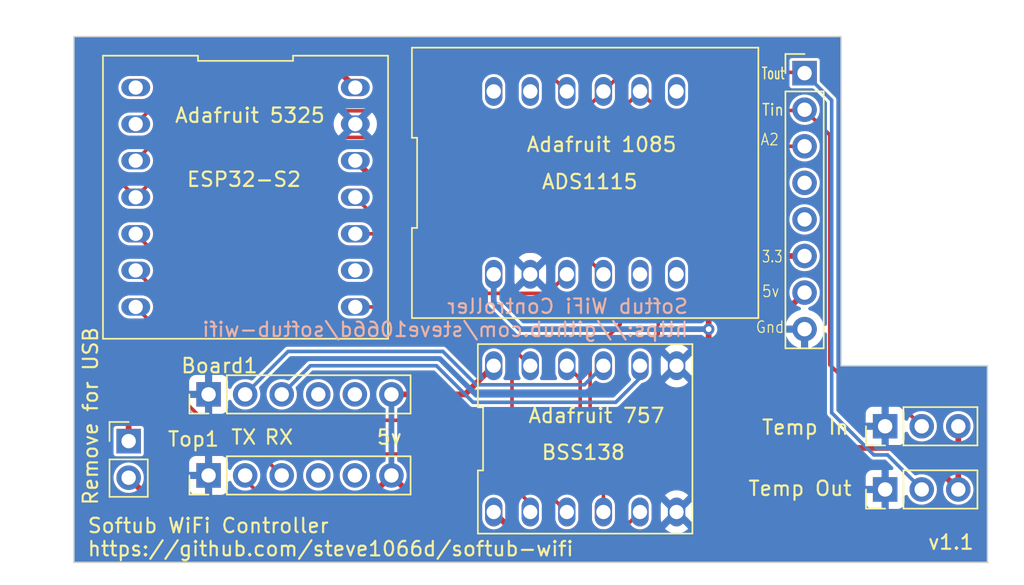
<source format=kicad_pcb>
(kicad_pcb (version 20221018) (generator pcbnew)
  (layers (0 "F.Cu" power) (31 "B.Cu" signal) (34 "B.Paste" user) (35 "F.Paste" user) (36 "B.SilkS" user "B.Silkscreen") (37 "F.SilkS" user "F.Silkscreen") (38 "B.Mask" user) (39 "F.Mask" user) (44 "Edge.Cuts" user))
  (net 0 "")
  (net 1 "+3.3V")
  (net 2 "GND")
  (net 3 "SCL")
  (net 4 "SDA")
  (net 8 "Temp_in")
  (net 9 "Temp_out")
  (net 10 "Net-(ADC1-A2)")
  (net 13 "Net-(Board1-Pin_2)")
  (net 14 "Net-(Board1-Pin_3)")
  (net 17 "+5V")
  (net 19 "Net-(Top1-Pin_2)")
  (net 20 "Net-(Top1-Pin_3)")
  (net 23 "Net-(ESP32-S2-PB08_A6_D6_TX)")
  (net 24 "Net-(ESP32-S2-PB09_A7_D7_RX)")
  (net 26 "Net-(ESP32-S2-PA5_A9_D9_MISO)")
  (net 27 "Net-(ESP32-S2-PA6_A10_D10_MOSI)")
  (net 28 "Net-(ESP32-S2-5V)")
  (footprint "seedft2:XIO_th" (layer "F.Cu") (at 60.2315 54.3383 -90)
    (fp_text reference "ESP32-S2" (at -1.239757 0.107799) (layer "F.SilkS"))
    (fp_text value "ESP32-S2")
    (fp_line (start -9.83 -9.9) (end -9.83 -3.3) (stroke (width 0.12)) (layer "F.SilkS"))
    (fp_line (start -9.83 -3.3) (end -9.47 -3.3) (stroke (width 0.12)) (layer "F.SilkS"))
    (fp_line (start -9.83 3.299999) (end -9.83 9.9) (stroke (width 0.12)) (layer "F.SilkS"))
    (fp_line (start -9.83 9.9) (end 9.83 9.9) (stroke (width 0.12)) (layer "F.SilkS"))
    (fp_line (start -9.47 -3.3) (end -9.47 3.299999) (stroke (width 0.12)) (layer "F.SilkS"))
    (fp_line (start -9.47 3.299999) (end -9.83 3.299999) (stroke (width 0.12)) (layer "F.SilkS"))
    (fp_line (start 9.83 -9.9) (end -9.83 -9.9) (stroke (width 0.12)) (layer "F.SilkS"))
    (fp_line (start 9.83 9.9) (end 9.83 -9.9) (stroke (width 0.12)) (layer "F.SilkS"))
    (pad "1" thru_hole oval (at -7.62 7.625 270) (size 1.2 2) (drill 0.99) (layers "*.Cu" "*.Mask"))
    (pad "2" thru_hole oval (at -5.08 7.625 270) (size 1.2 2) (drill 0.99) (layers "*.Cu" "*.Mask") (net 9 "Temp_out"))
    (pad "3" thru_hole oval (at -2.54 7.625 270) (size 1.2 2) (drill 0.99) (layers "*.Cu" "*.Mask") (net 8 "Temp_in"))
    (pad "4" thru_hole oval (at 0 7.625 270) (size 1.2 2) (drill 0.99) (layers "*.Cu" "*.Mask") (net 10 "Net-(ADC1-A2)"))
    (pad "5" thru_hole oval (at 2.54 7.625 270) (size 1.2 2) (drill 0.99) (layers "*.Cu" "*.Mask") (net 4 "SDA"))
    (pad "6" thru_hole oval (at 5.08 7.625 270) (size 1.2 2) (drill 0.99) (layers "*.Cu" "*.Mask") (net 3 "SCL"))
    (pad "7" thru_hole oval (at 7.62 7.625 270) (size 1.2 2) (drill 0.99) (layers "*.Cu" "*.Mask") (net 23 "Net-(ESP32-S2-PB08_A6_D6_TX)"))
    (pad "8" thru_hole oval (at 7.62 -7.625 270) (size 1.2 2) (drill 0.99) (layers "*.Cu" "*.Mask") (net 24 "Net-(ESP32-S2-PB09_A7_D7_RX)"))
    (pad "9" thru_hole oval (at 5.08 -7.625 270) (size 1.2 2) (drill 0.99) (layers "*.Cu" "*.Mask"))
    (pad "10" thru_hole oval (at 2.54 -7.625 270) (size 1.2 2) (drill 0.99) (layers "*.Cu" "*.Mask") (net 26 "Net-(ESP32-S2-PA5_A9_D9_MISO)"))
    (pad "11" thru_hole oval (at 0 -7.625 270) (size 1.2 2) (drill 0.99) (layers "*.Cu" "*.Mask") (net 27 "Net-(ESP32-S2-PA6_A10_D10_MOSI)"))
    (pad "12" thru_hole oval (at -2.54 -7.625 270) (size 1.2 2) (drill 0.99) (layers "*.Cu" "*.Mask") (net 1 "+3.3V"))
    (pad "13" thru_hole oval (at -5.08 -7.625 270) (size 1.2 2) (drill 0.99) (layers "*.Cu" "*.Mask") (net 2 "GND"))
    (pad "14" thru_hole oval (at -7.62 -7.625 270) (size 1.2 2) (drill 0.99) (layers "*.Cu" "*.Mask") (net 28 "Net-(ESP32-S2-5V)"))
  )
  (footprint "Connector_PinHeader_2.54mm:PinHeader_1x06_P2.54mm_Vertical" (layer "F.Cu") (at 57.6662 73.66 90)
    (fp_text reference "Top1" (at 2.52175 -1.052695) (layer "F.SilkS"))
    (fp_text value "Conn_01x06_Socket" hide)
    (fp_line (start -1.33 -1.33) (end 0 -1.33) (stroke (width 0.12)) (layer "F.SilkS"))
    (fp_line (start -1.33 0) (end -1.33 -1.33) (stroke (width 0.12)) (layer "F.SilkS"))
    (fp_line (start -1.33 1.27) (end -1.33 14.03) (stroke (width 0.12)) (layer "F.SilkS"))
    (fp_line (start -1.33 1.27) (end 1.33 1.27) (stroke (width 0.12)) (layer "F.SilkS"))
    (fp_line (start -1.33 14.03) (end 1.33 14.03) (stroke (width 0.12)) (layer "F.SilkS"))
    (fp_line (start 1.33 1.27) (end 1.33 14.03) (stroke (width 0.12)) (layer "F.SilkS"))
    (pad "1" thru_hole rect (at 0 0 90) (size 1.7 1.7) (drill 1) (layers "*.Cu" "*.Mask") (net 2 "GND"))
    (pad "2" thru_hole oval (at 0 2.54 90) (size 1.7 1.7) (drill 1) (layers "*.Cu" "*.Mask") (net 19 "Net-(Top1-Pin_2)"))
    (pad "3" thru_hole oval (at 0 5.08 90) (size 1.7 1.7) (drill 1) (layers "*.Cu" "*.Mask") (net 20 "Net-(Top1-Pin_3)"))
    (pad "4" thru_hole oval (at 0 7.62 90) (size 1.7 1.7) (drill 1) (layers "*.Cu" "*.Mask"))
    (pad "5" thru_hole oval (at 0 10.16 90) (size 1.7 1.7) (drill 1) (layers "*.Cu" "*.Mask"))
    (pad "6" thru_hole oval (at 0 12.7 90) (size 1.7 1.7) (drill 1) (layers "*.Cu" "*.Mask") (net 17 "+5V"))
  )
  (footprint "Connector_PinHeader_2.54mm:PinHeader_1x03_P2.54mm_Vertical" (layer "F.Cu") (at 104.6562 74.6344 90)
    (fp_text reference locked "Temp Out" (at 0.069592 -5.912883 180) (layer "F.SilkS"))
    (fp_text value "Conn_01x03_Socket" hide)
    (fp_line (start -1.33 -1.33) (end 0 -1.33) (stroke (width 0.12)) (layer "F.SilkS"))
    (fp_line (start -1.33 0) (end -1.33 -1.33) (stroke (width 0.12)) (layer "F.SilkS"))
    (fp_line (start -1.33 1.27) (end -1.33 6.41) (stroke (width 0.12)) (layer "F.SilkS"))
    (fp_line (start -1.33 1.27) (end 1.33 1.27) (stroke (width 0.12)) (layer "F.SilkS"))
    (fp_line (start -1.33 6.41) (end 1.33 6.41) (stroke (width 0.12)) (layer "F.SilkS"))
    (fp_line (start 1.33 1.27) (end 1.33 6.41) (stroke (width 0.12)) (layer "F.SilkS"))
    (pad "1" thru_hole rect locked (at 0 0 90) (size 1.7 1.7) (drill 1) (layers "*.Cu" "*.Mask") (net 2 "GND"))
    (pad "2" thru_hole oval locked (at 0 2.54 90) (size 1.7 1.7) (drill 1) (layers "*.Cu" "*.Mask") (net 9 "Temp_out"))
    (pad "3" thru_hole oval locked (at 0 5.08 90) (size 1.7 1.7) (drill 1) (layers "*.Cu" "*.Mask") (net 17 "+5V"))
  )
  (footprint "softub:DIP-12_500_ELL" (layer "F.Cu") (at 83.82 53.34)
    (fp_text reference "ADC1")
    (fp_text value "~")
    (fp_line (start -12.03 -9.39) (end -12.03 -3.13) (stroke (width 0.12)) (layer "F.SilkS"))
    (fp_line (start -12.03 -3.13) (end -11.67 -3.13) (stroke (width 0.12)) (layer "F.SilkS"))
    (fp_line (start -12.03 3.129999) (end -12.03 9.39) (stroke (width 0.12)) (layer "F.SilkS"))
    (fp_line (start -12.03 9.39) (end 12.03 9.39) (stroke (width 0.12)) (layer "F.SilkS"))
    (fp_line (start -11.67 -3.13) (end -11.67 3.129999) (stroke (width 0.12)) (layer "F.SilkS"))
    (fp_line (start -11.67 3.129999) (end -12.03 3.129999) (stroke (width 0.12)) (layer "F.SilkS"))
    (fp_line (start 12.03 -9.39) (end -12.03 -9.39) (stroke (width 0.12)) (layer "F.SilkS"))
    (fp_line (start 12.03 9.39) (end 12.03 -9.39) (stroke (width 0.12)) (layer "F.SilkS"))
    (pad "1" thru_hole oval (at -6.35 6.35) (size 1.2 2) (drill 1) (layers "*.Cu" "*.Mask") (net 1 "+3.3V"))
    (pad "2" thru_hole oval (at -3.81 6.35) (size 1.2 2) (drill 1) (layers "*.Cu" "*.Mask") (net 2 "GND"))
    (pad "3" thru_hole oval (at -1.27 6.35) (size 1.2 2) (drill 1) (layers "*.Cu" "*.Mask") (net 3 "SCL"))
    (pad "4" thru_hole oval (at 1.27 6.35) (size 1.2 2) (drill 1) (layers "*.Cu" "*.Mask") (net 4 "SDA"))
    (pad "5" thru_hole oval (at 3.81 6.35) (size 1.2 2) (drill 1) (layers "*.Cu" "*.Mask"))
    (pad "6" thru_hole oval (at 6.35 6.35) (size 1.2 2) (drill 1) (layers "*.Cu" "*.Mask"))
    (pad "7" thru_hole oval (at 6.35 -6.35) (size 1.2 2) (drill 1) (layers "*.Cu" "*.Mask"))
    (pad "8" thru_hole oval (at 3.81 -6.35) (size 1.2 2) (drill 1) (layers "*.Cu" "*.Mask") (net 8 "Temp_in"))
    (pad "9" thru_hole oval (at 1.27 -6.35) (size 1.2 2) (drill 1) (layers "*.Cu" "*.Mask") (net 9 "Temp_out"))
    (pad "10" thru_hole oval (at -1.27 -6.35) (size 1.2 2) (drill 1) (layers "*.Cu" "*.Mask") (net 10 "Net-(ADC1-A2)"))
    (pad "11" thru_hole oval (at -3.81 -6.35) (size 1.2 2) (drill 1) (layers "*.Cu" "*.Mask"))
    (pad "12" thru_hole oval (at -6.35 -6.35) (size 1.2 2) (drill 1) (layers "*.Cu" "*.Mask"))
  )
  (footprint "Connector_PinHeader_2.54mm:PinHeader_1x08_P2.54mm_Vertical" (layer "F.Cu") (at 99.06 45.72)
    (fp_text reference "Debug1" hide)
    (fp_text value "Conn_01x08_Pin" hide)
    (fp_line (start -1.33 -1.33) (end 0 -1.33) (stroke (width 0.12)) (layer "F.SilkS"))
    (fp_line (start -1.33 0) (end -1.33 -1.33) (stroke (width 0.12)) (layer "F.SilkS"))
    (fp_line (start -1.33 1.27) (end -1.33 19.11) (stroke (width 0.12)) (layer "F.SilkS"))
    (fp_line (start -1.33 1.27) (end 1.33 1.27) (stroke (width 0.12)) (layer "F.SilkS"))
    (fp_line (start -1.33 19.11) (end 1.33 19.11) (stroke (width 0.12)) (layer "F.SilkS"))
    (fp_line (start 1.33 1.27) (end 1.33 19.11) (stroke (width 0.12)) (layer "F.SilkS"))
    (pad "1" thru_hole rect (at 0 0) (size 1.7 1.7) (drill 1) (layers "*.Cu" "*.Mask") (net 9 "Temp_out"))
    (pad "2" thru_hole oval (at 0 2.54) (size 1.7 1.7) (drill 1) (layers "*.Cu" "*.Mask") (net 8 "Temp_in"))
    (pad "3" thru_hole oval (at 0 5.08) (size 1.7 1.7) (drill 1) (layers "*.Cu" "*.Mask") (net 10 "Net-(ADC1-A2)"))
    (pad "4" thru_hole oval (at 0 7.62) (size 1.7 1.7) (drill 1) (layers "*.Cu" "*.Mask"))
    (pad "5" thru_hole oval (at 0 10.16) (size 1.7 1.7) (drill 1) (layers "*.Cu" "*.Mask"))
    (pad "6" thru_hole oval (at 0 12.7) (size 1.7 1.7) (drill 1) (layers "*.Cu" "*.Mask") (net 1 "+3.3V"))
    (pad "7" thru_hole oval (at 0 15.24) (size 1.7 1.7) (drill 1) (layers "*.Cu" "*.Mask") (net 17 "+5V"))
    (pad "8" thru_hole oval (at 0 17.78) (size 1.7 1.7) (drill 1) (layers "*.Cu" "*.Mask") (net 2 "GND"))
  )
  (footprint "softub:DIP-12_400_ELL" (layer "F.Cu") (at 83.82 71.12)
    (fp_text reference "U1")
    (fp_text value "~")
    (fp_line (start -7.45 -6.58) (end -7.45 -2.193333) (stroke (width 0.12)) (layer "F.SilkS"))
    (fp_line (start -7.45 -2.193333) (end -7.09 -2.193333) (stroke (width 0.12)) (layer "F.SilkS"))
    (fp_line (start -7.45 2.193333) (end -7.45 6.58) (stroke (width 0.12)) (layer "F.SilkS"))
    (fp_line (start -7.45 6.58) (end 7.45 6.58) (stroke (width 0.12)) (layer "F.SilkS"))
    (fp_line (start -7.09 -2.193333) (end -7.09 2.193333) (stroke (width 0.12)) (layer "F.SilkS"))
    (fp_line (start -7.09 2.193333) (end -7.45 2.193333) (stroke (width 0.12)) (layer "F.SilkS"))
    (fp_line (start 7.45 -6.58) (end -7.45 -6.58) (stroke (width 0.12)) (layer "F.SilkS"))
    (fp_line (start 7.45 6.58) (end 7.45 -6.58) (stroke (width 0.12)) (layer "F.SilkS"))
    (pad "1" thru_hole oval (at -6.35 5.08) (size 1.2 2) (drill 0.99) (layers "*.Cu" "*.Mask") (net 1 "+3.3V"))
    (pad "2" thru_hole oval (at -3.81 5.08) (size 1.2 2) (drill 0.99) (layers "*.Cu" "*.Mask") (net 23 "Net-(ESP32-S2-PB08_A6_D6_TX)"))
    (pad "3" thru_hole oval (at -1.27 5.08) (size 1.2 2) (drill 0.99) (layers "*.Cu" "*.Mask") (net 24 "Net-(ESP32-S2-PB09_A7_D7_RX)"))
    (pad "4" thru_hole oval (at 1.27 5.08) (size 1.2 2) (drill 0.99) (layers "*.Cu" "*.Mask") (net 27 "Net-(ESP32-S2-PA6_A10_D10_MOSI)"))
    (pad "5" thru_hole oval (at 3.81 5.08) (size 1.2 2) (drill 0.99) (layers "*.Cu" "*.Mask") (net 26 "Net-(ESP32-S2-PA5_A9_D9_MISO)"))
    (pad "6" thru_hole oval (at 6.35 5.08) (size 1.2 2) (drill 0.99) (layers "*.Cu" "*.Mask") (net 2 "GND"))
    (pad "7" thru_hole oval (at 6.35 -5.08) (size 1.2 2) (drill 0.99) (layers "*.Cu" "*.Mask") (net 2 "GND"))
    (pad "8" thru_hole oval (at 3.81 -5.08) (size 1.2 2) (drill 0.99) (layers "*.Cu" "*.Mask") (net 14 "Net-(Board1-Pin_3)"))
    (pad "9" thru_hole oval (at 1.27 -5.08) (size 1.2 2) (drill 0.99) (layers "*.Cu" "*.Mask") (net 13 "Net-(Board1-Pin_2)"))
    (pad "10" thru_hole oval (at -1.27 -5.08) (size 1.2 2) (drill 0.99) (layers "*.Cu" "*.Mask") (net 19 "Net-(Top1-Pin_2)"))
    (pad "11" thru_hole oval (at -3.81 -5.08) (size 1.2 2) (drill 0.99) (layers "*.Cu" "*.Mask") (net 20 "Net-(Top1-Pin_3)"))
    (pad "12" thru_hole oval (at -6.35 -5.08) (size 1.2 2) (drill 0.99) (layers "*.Cu" "*.Mask") (net 17 "+5V"))
  )
  (footprint "Connector_PinHeader_2.54mm:PinHeader_1x06_P2.54mm_Vertical" (layer "F.Cu") (at 57.6662 68.0304 90)
    (fp_text reference locked "Board1" (at 1.9904 0.7538) (layer "F.SilkS"))
    (fp_text value "Conn_01x06_Socket")
    (fp_line (start -1.33 -1.33) (end 0 -1.33) (stroke (width 0.12)) (layer "F.SilkS"))
    (fp_line (start -1.33 0) (end -1.33 -1.33) (stroke (width 0.12)) (layer "F.SilkS"))
    (fp_line (start -1.33 1.27) (end -1.33 14.03) (stroke (width 0.12)) (layer "F.SilkS"))
    (fp_line (start -1.33 1.27) (end 1.33 1.27) (stroke (width 0.12)) (layer "F.SilkS"))
    (fp_line (start -1.33 14.03) (end 1.33 14.03) (stroke (width 0.12)) (layer "F.SilkS"))
    (fp_line (start 1.33 1.27) (end 1.33 14.03) (stroke (width 0.12)) (layer "F.SilkS"))
    (pad "1" thru_hole rect locked (at 0 0 90) (size 1.7 1.7) (drill 1) (layers "*.Cu" "*.Mask") (net 2 "GND"))
    (pad "2" thru_hole oval locked (at 0 2.54 90) (size 1.7 1.7) (drill 1) (layers "*.Cu" "*.Mask") (net 13 "Net-(Board1-Pin_2)"))
    (pad "3" thru_hole oval locked (at 0 5.08 90) (size 1.7 1.7) (drill 1) (layers "*.Cu" "*.Mask") (net 14 "Net-(Board1-Pin_3)"))
    (pad "4" thru_hole oval locked (at 0 7.62 90) (size 1.7 1.7) (drill 1) (layers "*.Cu" "*.Mask"))
    (pad "5" thru_hole oval locked (at 0 10.16 90) (size 1.7 1.7) (drill 1) (layers "*.Cu" "*.Mask"))
    (pad "6" thru_hole oval locked (at 0 12.7 90) (size 1.7 1.7) (drill 1) (layers "*.Cu" "*.Mask") (net 17 "+5V"))
  )
  (footprint "Connector_PinHeader_2.54mm:PinHeader_1x02_P2.54mm_Vertical" (layer "F.Cu") (at 52.115088 71.276737)
    (fp_text reference "JP1" hide)
    (fp_text value "Remove for USB" (at -2.647671 -1.737682 90) (layer "F.SilkS"))
    (fp_line (start -1.33 -1.33) (end 0 -1.33) (stroke (width 0.12)) (layer "F.SilkS"))
    (fp_line (start -1.33 0) (end -1.33 -1.33) (stroke (width 0.12)) (layer "F.SilkS"))
    (fp_line (start -1.33 1.27) (end -1.33 3.87) (stroke (width 0.12)) (layer "F.SilkS"))
    (fp_line (start -1.33 1.27) (end 1.33 1.27) (stroke (width 0.12)) (layer "F.SilkS"))
    (fp_line (start -1.33 3.87) (end 1.33 3.87) (stroke (width 0.12)) (layer "F.SilkS"))
    (fp_line (start 1.33 1.27) (end 1.33 3.87) (stroke (width 0.12)) (layer "F.SilkS"))
    (pad "1" thru_hole rect (at 0 0) (size 1.7 1.7) (drill 1) (layers "*.Cu" "*.Mask") (net 28 "Net-(ESP32-S2-5V)"))
    (pad "2" thru_hole oval (at 0 2.54) (size 1.7 1.7) (drill 1) (layers "*.Cu" "*.Mask") (net 17 "+5V"))
  )
  (footprint "Connector_PinHeader_2.54mm:PinHeader_1x03_P2.54mm_Vertical" (layer "F.Cu") (at 104.6562 70.2456 90)
    (fp_text reference "Temp_In1" hide)
    (fp_text value "Conn_01x03_Socket" hide)
    (fp_text user "Temp In" (at -0.074252 -5.543779) (layer "F.SilkS"))
    (fp_line (start -1.33 -1.33) (end 0 -1.33) (stroke (width 0.12)) (layer "F.SilkS"))
    (fp_line (start -1.33 0) (end -1.33 -1.33) (stroke (width 0.12)) (layer "F.SilkS"))
    (fp_line (start -1.33 1.27) (end -1.33 6.41) (stroke (width 0.12)) (layer "F.SilkS"))
    (fp_line (start -1.33 1.27) (end 1.33 1.27) (stroke (width 0.12)) (layer "F.SilkS"))
    (fp_line (start -1.33 6.41) (end 1.33 6.41) (stroke (width 0.12)) (layer "F.SilkS"))
    (fp_line (start 1.33 1.27) (end 1.33 6.41) (stroke (width 0.12)) (layer "F.SilkS"))
    (pad "1" thru_hole rect (at 0 0 90) (size 1.7 1.7) (drill 1) (layers "*.Cu" "*.Mask") (net 2 "GND"))
    (pad "2" thru_hole oval (at 0 2.54 90) (size 1.7 1.7) (drill 1) (layers "*.Cu" "*.Mask") (net 8 "Temp_in"))
    (pad "3" thru_hole oval (at 0 5.08 90) (size 1.7 1.7) (drill 1) (layers "*.Cu" "*.Mask") (net 17 "+5V"))
  )
  (gr_line (start 111.76 66.04) (end 111.76 79.700287) (stroke (width 0.1)) (layer "Edge.Cuts"))
  (gr_line (start 101.55 43.18) (end 48.31 43.18) (stroke (width 0.1)) (layer "Edge.Cuts"))
  (gr_line (start 101.6 66.04) (end 111.76 66.04) (stroke (width 0.1)) (layer "Edge.Cuts"))
  (gr_line (start 111.81 79.700287) (end 48.31 79.700287) (stroke (width 0.1)) (layer "Edge.Cuts"))
  (gr_line (start 101.6 43.18) (end 101.6 66.04) (stroke (width 0.1)) (layer "Edge.Cuts"))
  (gr_line (start 48.31 43.18) (end 48.31 79.700287) (stroke (width 0.1)) (layer "Edge.Cuts"))
  (gr_text "Softub WiFi Controller\nhttps://github.com/steve1066d/softub-wifi" (at 91.056 64.111209) (layer "B.SilkS") (effects (font (size 1 1)) (justify left bottom mirror)))
  (gr_text "BSS138" (at 80.713031 72.646731) (layer "F.SilkS") (effects (font (size 1 1)) (justify left bottom)))
  (gr_text "3.3" (at 96.050585 58.931667) (layer "F.SilkS") (effects (font (size 0.8 0.6) (thickness 0.08)) (justify left bottom)))
  (gr_text "Adafruit 1085" (at 79.675275 51.264134) (layer "F.SilkS") (effects (font (size 1 1)) (justify left bottom)))
  (gr_text "Adafruit 757" (at 79.795944 70.088542) (layer "F.SilkS") (effects (font (size 1 1)) (justify left bottom)))
  (gr_text "5v" (at 69.264919 71.589137) (layer "F.SilkS") (effects (font (size 1 1)) (justify left bottom)))
  (gr_text "A2" (at 95.954086 50.8) (layer "F.SilkS") (effects (font (size 0.8 0.7) (thickness 0.08)) (justify left bottom)))
  (gr_text "ADS1115" (at 80.73483 53.84666) (layer "F.SilkS") (effects (font (size 1 1)) (justify left bottom)))
  (gr_text "Softub WiFi Controller\nhttps://github.com/steve1066d/softub-wifi" (at 49.187719 79.340938) (layer "F.SilkS") (effects (font (size 1 1)) (justify left bottom)))
  (gr_text "Tout" (at 96.029704 46.208404) (layer "F.SilkS") (effects (font (size 0.8 0.5) (thickness 0.1) bold) (justify left bottom)))
  (gr_text "RX" (at 61.471005 71.589137) (layer "F.SilkS") (effects (font (size 1 1)) (justify left bottom)))
  (gr_text "Tin" (at 96.047031 48.738113) (layer "F.SilkS") (effects (font (size 0.8 0.7) (thickness 0.1)) (justify left bottom)))
  (gr_text "5v" (at 96.050585 61.341892) (layer "F.SilkS") (effects (font (size 0.8 0.7) (thickness 0.08)) (justify left bottom)))
  (gr_text "Adafruit 5325" (at 55.251812 49.23689) (layer "F.SilkS") (effects (font (size 1 1)) (justify left bottom)))
  (gr_text "TX" (at 59.152155 71.589137) (layer "F.SilkS") (effects (font (size 1 1)) (justify left bottom)))
  (gr_text "Gnd" (at 95.624581 63.829891) (layer "F.SilkS") (effects (font (size 0.8 0.7) (thickness 0.08)) (justify left bottom)))
  (gr_text "v1.1" (at 107.556678 78.883386) (layer "F.SilkS") (effects (font (size 1 1)) (justify left bottom)))
  (segment (start 88.722204 54.90187) (end 92.240334 58.42) (width 0.4) (layer "F.Cu") (net 1))
  (segment (start 90.969363 78.186641) (end 92.396889 76.759115) (width 0.4) (layer "F.Cu") (net 1))
  (segment (start 92.398742 63.504061) (end 92.398742 58.580616) (width 0.4) (layer "F.Cu") (net 1))
  (segment (start 98.903445 58.576555) (end 99.06 58.42) (width 0.4) (layer "F.Cu") (net 1))
  (segment (start 79.456641 78.186641) (end 90.969363 78.186641) (width 0.4) (layer "F.Cu") (net 1))
  (segment (start 67.8565 51.7983) (end 70.96007 54.90187) (width 0.4) (layer "F.Cu") (net 1))
  (segment (start 92.447436 63.550547) (end 92.396889 63.5) (width 0.4) (layer "F.Cu") (net 1))
  (segment (start 77.47 76.2) (end 79.456641 78.186641) (width 0.4) (layer "F.Cu") (net 1))
  (segment (start 92.396889 76.759115) (end 92.396889 63.5) (width 0.4) (layer "F.Cu") (net 1))
  (segment (start 70.96007 54.90187) (end 88.722204 54.90187) (width 0.4) (layer "F.Cu") (net 1))
  (segment (start 92.240334 58.42) (end 99.06 58.42) (width 0.4) (layer "F.Cu") (net 1))
  (via (at 92.396889 63.5) (size 0.8) (drill 0.4) (layers "F.Cu" "B.Cu") (net 1))
  (segment (start 79.322943 63.5) (end 77.47 61.647057) (width 0.4) (layer "B.Cu") (net 1))
  (segment (start 92.396889 63.5) (end 79.322943 63.5) (width 0.4) (layer "B.Cu") (net 1))
  (segment (start 77.47 61.647057) (end 77.47 59.69) (width 0.4) (layer "B.Cu") (net 1))
  (segment (start 74.997911 60.391515) (end 53.579715 60.391515) (width 0.25) (layer "F.Cu") (net 3))
  (segment (start 81.225 61.015) (end 75.621396 61.015) (width 0.25) (layer "F.Cu") (net 3))
  (segment (start 53.579715 60.391515) (end 52.6065 59.4183) (width 0.25) (layer "F.Cu") (net 3))
  (segment (start 75.621396 61.015) (end 74.997911 60.391515) (width 0.25) (layer "F.Cu") (net 3))
  (segment (start 82.55 59.69) (end 81.225 61.015) (width 0.25) (layer "F.Cu") (net 3))
  (segment (start 53.808639 58.080439) (end 52.6065 56.8783) (width 0.25) (layer "F.Cu") (net 4))
  (segment (start 83.480439 58.080439) (end 53.808639 58.080439) (width 0.25) (layer "F.Cu") (net 4))
  (segment (start 85.09 59.69) (end 83.480439 58.080439) (width 0.25) (layer "F.Cu") (net 4))
  (segment (start 88.955 48.315) (end 99.005 48.315) (width 0.25) (layer "F.Cu") (net 8))
  (segment (start 87.63 46.99) (end 88.955 48.315) (width 0.25) (layer "F.Cu") (net 8))
  (segment (start 54.2215 50.1833) (end 84.4367 50.1833) (width 0.25) (layer "F.Cu") (net 8))
  (segment (start 107.737799 70.062201) (end 107.921199 70.2456) (width 0.25) (layer "F.Cu") (net 8))
  (segment (start 100.812 50.012) (end 100.812 65.971006) (width 0.25) (layer "F.Cu") (net 8))
  (segment (start 100.812 65.971006) (end 101.68022 66.839226) (width 0.25) (layer "F.Cu") (net 8))
  (segment (start 84.4367 50.1833) (end 87.63 46.99) (width 0.25) (layer "F.Cu") (net 8))
  (segment (start 99.005 48.315) (end 99.06 48.26) (width 0.25) (layer "F.Cu") (net 8))
  (segment (start 103.789826 66.839226) (end 107.1962 70.2456) (width 0.25) (layer "F.Cu") (net 8))
  (segment (start 101.68022 66.839226) (end 103.789826 66.839226) (width 0.25) (layer "F.Cu") (net 8))
  (segment (start 52.6065 51.7983) (end 54.2215 50.1833) (width 0.25) (layer "F.Cu") (net 8))
  (segment (start 99.06 48.26) (end 100.812 50.012) (width 0.25) (layer "F.Cu") (net 8))
  (segment (start 99.005 45.665) (end 86.415 45.665) (width 0.25) (layer "F.Cu") (net 9))
  (segment (start 83.7467 48.3333) (end 53.5315 48.3333) (width 0.25) (layer "F.Cu") (net 9))
  (segment (start 86.415 45.665) (end 85.09 46.99) (width 0.25) (layer "F.Cu") (net 9))
  (segment (start 53.5315 48.3333) (end 52.6065 49.2583) (width 0.25) (layer "F.Cu") (net 9))
  (segment (start 99.06 45.72) (end 99.005 45.665) (width 0.25) (layer "F.Cu") (net 9))
  (segment (start 85.09 46.99) (end 83.7467 48.3333) (width 0.25) (layer "F.Cu") (net 9))
  (segment (start 107.1962 74.6344) (end 107.1962 74.609788) (width 0.25) (layer "B.Cu") (net 9))
  (segment (start 103.870936 72.235556) (end 100.943233 69.307853) (width 0.25) (layer "B.Cu") (net 9))
  (segment (start 104.821968 72.235556) (end 103.870936 72.235556) (width 0.25) (layer "B.Cu") (net 9))
  (segment (start 107.1962 74.609788) (end 104.821968 72.235556) (width 0.25) (layer "B.Cu") (net 9))
  (segment (start 100.943233 47.603233) (end 99.06 45.72) (width 0.25) (layer "B.Cu") (net 9))
  (segment (start 100.943233 69.307853) (end 100.943233 47.603233) (width 0.25) (layer "B.Cu") (net 9))
  (segment (start 56.1448 50.8) (end 99.06 50.8) (width 0.25) (layer "F.Cu") (net 10))
  (segment (start 51.542299 47.8833) (end 50.815658 48.609941) (width 0.25) (layer "F.Cu") (net 10))
  (segment (start 50.815658 52.547458) (end 52.6065 54.3383) (width 0.25) (layer "F.Cu") (net 10))
  (segment (start 80.438005 44.878005) (end 72.938259 44.878005) (width 0.25) (layer "F.Cu") (net 10))
  (segment (start 52.6065 54.3383) (end 56.1448 50.8) (width 0.25) (layer "F.Cu") (net 10))
  (segment (start 82.55 46.99) (end 80.438005 44.878005) (width 0.25) (layer "F.Cu") (net 10))
  (segment (start 50.815658 48.609941) (end 50.815658 52.547458) (width 0.25) (layer "F.Cu") (net 10))
  (segment (start 69.932964 47.8833) (end 51.542299 47.8833) (width 0.25) (layer "F.Cu") (net 10))
  (segment (start 72.938259 44.878005) (end 69.932964 47.8833) (width 0.25) (layer "F.Cu") (net 10))
  (segment (start 63.188034 65.048566) (end 60.2062 68.0304) (width 0.25) (layer "B.Cu") (net 13))
  (segment (start 85.09 66.04) (end 83.765 67.365) (width 0.25) (layer "B.Cu") (net 13))
  (segment (start 83.765 67.365) (end 76.254996 67.365) (width 0.25) (layer "B.Cu") (net 13))
  (segment (start 76.254996 67.365) (end 73.938562 65.048566) (width 0.25) (layer "B.Cu") (net 13))
  (segment (start 73.938562 65.048566) (end 63.188034 65.048566) (width 0.25) (layer "B.Cu") (net 13))
  (segment (start 62.7462 68.0304) (end 64.735202 66.041398) (width 0.25) (layer "B.Cu") (net 14))
  (segment (start 73.495098 66.041398) (end 76.0337 68.58) (width 0.25) (layer "B.Cu") (net 14))
  (segment (start 87.63 66.8963) (end 87.63 66.04) (width 0.25) (layer "B.Cu") (net 14))
  (segment (start 76.0337 68.58) (end 85.9463 68.58) (width 0.25) (layer "B.Cu") (net 14))
  (segment (start 64.735202 66.041398) (end 73.495098 66.041398) (width 0.25) (layer "B.Cu") (net 14))
  (segment (start 85.9463 68.58) (end 87.63 66.8963) (width 0.25) (layer "B.Cu") (net 14))
  (segment (start 109.1206 70.2456) (end 109.121 70.2456) (width 0.4) (layer "F.Cu") (net 17))
  (segment (start 97.12 71.439064) (end 97.12 62.9) (width 0.4) (layer "F.Cu") (net 17))
  (segment (start 55.88 76.2) (end 54.498351 76.2) (width 0.4) (layer "F.Cu") (net 17))
  (segment (start 54.498351 76.2) (end 52.115088 73.816737) (width 0.4) (layer "F.Cu") (net 17))
  (segment (start 97.12 62.9) (end 99.06 60.96) (width 0.4) (layer "F.Cu") (net 17))
  (segment (start 70.3662 73.66) (end 75.546836 78.840636) (width 0.4) (layer "F.Cu") (net 17))
  (segment (start 109.736 74.6344) (end 109.121 74.0188) (width 0.4) (layer "F.Cu") (net 17))
  (segment (start 97.12 72.884532) (end 97.12 71.439064) (width 0.4) (layer "F.Cu") (net 17))
  (segment (start 70.3662 73.66) (end 67.8262 76.2) (width 0.4) (layer "F.Cu") (net 17))
  (segment (start 55.88 76.2) (end 63.5 76.2) (width 0.4) (layer "F.Cu") (net 17))
  (segment (start 75.4796 68.0304) (end 77.47 66.04) (width 0.4) (layer "F.Cu") (net 17))
  (segment (start 67.8262 76.2) (end 63.5 76.2) (width 0.4) (layer "F.Cu") (net 17))
  (segment (start 109.7362 74.6344) (end 109.736 74.6344) (width 0.4) (layer "F.Cu") (net 17))
  (segment (start 106.853341 71.751541) (end 97.12 71.751541) (width 0.4) (layer "F.Cu") (net 17))
  (segment (start 63.5 76.2) (end 67.5307 76.2) (width 0.4) (layer "F.Cu") (net 17))
  (segment (start 70.3662 68.0304) (end 75.4796 68.0304) (width 0.4) (layer "F.Cu") (net 17))
  (segment (start 91.163896 78.840636) (end 97.12 72.884532) (width 0.4) (layer "F.Cu") (net 17))
  (segment (start 107.398474 72.296674) (end 109.7362 74.6344) (width 0.4) (layer "F.Cu") (net 17))
  (segment (start 107.398474 72.296674) (end 107.389807 72.288007) (width 0.4) (layer "F.Cu") (net 17))
  (segment (start 109.7362 70.8612) (end 109.7362 74.6344) (width 0.4) (layer "F.Cu") (net 17))
  (segment (start 107.389807 72.288007) (end 106.853341 71.751541) (width 0.4) (layer "F.Cu") (net 17))
  (segment (start 75.546836 78.840636) (end 91.163896 78.840636) (width 0.4) (layer "F.Cu") (net 17))
  (segment (start 109.1206 70.2456) (end 109.7362 70.8612) (width 0.4) (layer "F.Cu") (net 17))
  (segment (start 70.3662 73.66) (end 70.3662 68.0304) (width 0.4) (layer "B.Cu") (net 17))
  (segment (start 61.168164 74.917464) (end 63.5 74.917464) (width 0.25) (layer "F.Cu") (net 19))
  (segment (start 64.020448 74.397016) (end 64.020448 72.770434) (width 0.25) (layer "F.Cu") (net 19))
  (segment (start 79.626852 77.525) (end 82.933148 77.525) (width 0.25) (layer "F.Cu") (net 19))
  (segment (start 64.61992 72.170962) (end 75.385472 72.170962) (width 0.25) (layer "F.Cu") (net 19))
  (segment (start 59.9107 73.66) (end 61.168164 74.917464) (width 0.25) (layer "F.Cu") (net 19))
  (segment (start 82.933148 77.525) (end 83.475 76.983148) (width 0.25) (layer "F.Cu") (net 19))
  (segment (start 78.74 76.638148) (end 79.626852 77.525) (width 0.25) (layer "F.Cu") (net 19))
  (segment (start 83.475 76.983148) (end 83.475 66.965) (width 0.25) (layer "F.Cu") (net 19))
  (segment (start 78.74 75.52549) (end 78.74 76.638148) (width 0.25) (layer "F.Cu") (net 19))
  (segment (start 83.475 66.965) (end 82.55 66.04) (width 0.25) (layer "F.Cu") (net 19))
  (segment (start 64.020448 72.770434) (end 64.61992 72.170962) (width 0.25) (layer "F.Cu") (net 19))
  (segment (start 63.5 74.917464) (end 64.020448 74.397016) (width 0.25) (layer "F.Cu") (net 19))
  (segment (start 75.385472 72.170962) (end 78.74 75.52549) (width 0.25) (layer "F.Cu") (net 19))
  (segment (start 51.609826 60.841515) (end 74.811515 60.841515) (width 0.25) (layer "F.Cu") (net 20))
  (segment (start 51.2815 62.3414) (end 51.2815 61.169841) (width 0.25) (layer "F.Cu") (net 20))
  (segment (start 60.2062 71.12) (end 57.15 71.12) (width 0.25) (layer "F.Cu") (net 20))
  (segment (start 57.15 71.12) (end 57.077687 71.12) (width 0.25) (layer "F.Cu") (net 20))
  (segment (start 57.077687 71.12) (end 52.9233 66.965613) (width 0.25) (layer "F.Cu") (net 20))
  (segment (start 52.9233 66.965613) (end 52.9233 63.9832) (width 0.25) (layer "F.Cu") (net 20))
  (segment (start 62.7462 73.66) (end 60.2062 71.12) (width 0.25) (layer "F.Cu") (net 20))
  (segment (start 52.9233 63.9832) (end 51.2815 62.3414) (width 0.25) (layer "F.Cu") (net 20))
  (segment (start 51.2815 61.169841) (end 51.609826 60.841515) (width 0.25) (layer "F.Cu") (net 20))
  (segment (start 74.811515 60.841515) (end 80.01 66.04) (width 0.25) (layer "F.Cu") (net 20))
  (segment (start 74.220321 69.829714) (end 80.01 75.619393) (width 0.25) (layer "F.Cu") (net 23))
  (segment (start 80.01 75.619393) (end 80.01 76.2) (width 0.25) (layer "F.Cu") (net 23))
  (segment (start 53.79 66.3138) (end 57.305914 69.829714) (width 0.25) (layer "F.Cu") (net 23))
  (segment (start 52.6065 61.9583) (end 53.79 63.1418) (width 0.25) (layer "F.Cu") (net 23))
  (segment (start 53.79 63.1418) (end 53.79 66.3138) (width 0.25) (layer "F.Cu") (net 23))
  (segment (start 57.305914 69.829714) (end 74.220321 69.829714) (width 0.25) (layer "F.Cu") (net 23))
  (segment (start 76.0136 63.95) (end 77.0881 63.95) (width 0.25) (layer "F.Cu") (net 24))
  (segment (start 74.0219 61.9583) (end 76.0136 63.95) (width 0.25) (layer "F.Cu") (net 24))
  (segment (start 78.74 65.6019) (end 78.74 72.39) (width 0.25) (layer "F.Cu") (net 24))
  (segment (start 77.0881 63.95) (end 78.74 65.6019) (width 0.25) (layer "F.Cu") (net 24))
  (segment (start 67.8565 61.9583) (end 74.0219 61.9583) (width 0.25) (layer "F.Cu") (net 24))
  (segment (start 78.74 72.39) (end 82.55 76.2) (width 0.25) (layer "F.Cu") (net 24))
  (segment (start 86.255 63.166852) (end 84.165 65.256852) (width 0.25) (layer "F.Cu") (net 26))
  (segment (start 84.706852 77.525) (end 86.305 77.525) (width 0.25) (layer "F.Cu") (net 26))
  (segment (start 84.165 65.256852) (end 84.165 76.983148) (width 0.25) (layer "F.Cu") (net 26))
  (segment (start 67.8565 56.8783) (end 83.986448 56.8783) (width 0.25) (layer "F.Cu") (net 26))
  (segment (start 84.165 76.983148) (end 84.706852 77.525) (width 0.25) (layer "F.Cu") (net 26))
  (segment (start 83.986448 56.8783) (end 86.255 59.146852) (width 0.25) (layer "F.Cu") (net 26))
  (segment (start 86.305 77.525) (end 87.63 76.2) (width 0.25) (layer "F.Cu") (net 26))
  (segment (start 86.255 59.146852) (end 86.255 63.166852) (width 0.25) (layer "F.Cu") (net 26))
  (segment (start 67.8565 54.3383) (end 69.3982 55.88) (width 0.25) (layer "F.Cu") (net 27))
  (segment (start 69.3982 55.88) (end 86.36 55.88) (width 0.25) (layer "F.Cu") (net 27))
  (segment (start 88.9 66.478148) (end 85.09 70.288148) (width 0.25) (layer "F.Cu") (net 27))
  (segment (start 85.09 70.288148) (end 85.09 76.2) (width 0.25) (layer "F.Cu") (net 27))
  (segment (start 86.36 55.88) (end 88.9 58.42) (width 0.25) (layer "F.Cu") (net 27))
  (segment (start 88.9 58.42) (end 88.9 66.478148) (width 0.25) (layer "F.Cu") (net 27))
  (segment (start 52.115088 71.276737) (end 52.115088 68.350888) (width 0.4) (layer "F.Cu") (net 28))
  (segment (start 52.115088 68.350888) (end 50.290658 66.526458) (width 0.4) (layer "F.Cu") (net 28))
  (segment (start 66.003012 44.864812) (end 67.8565 46.7183) (width 0.4) (layer "F.Cu") (net 28))
  (segment (start 50.290658 66.526458) (end 50.290658 46.110846) (width 0.4) (layer "F.Cu") (net 28))
  (segment (start 51.536692 44.864812) (end 66.003012 44.864812) (width 0.4) (layer "F.Cu") (net 28))
  (segment (start 50.290658 46.110846) (end 51.536692 44.864812) (width 0.4) (layer "F.Cu") (net 28))
  (zone (net 2) (net_name "GND") (layer "B.Cu") (connect_pads (clearance 0)) (min_thickness 0.25) (fill yes (thermal_gap 0.5) (thermal_bridge_width 0.5))
    (polygon (pts (xy 43.18 40.64) (xy 114.3 40.64) (xy 114.3 81.28) (xy 43.18 81.28)))
  )
)
</source>
